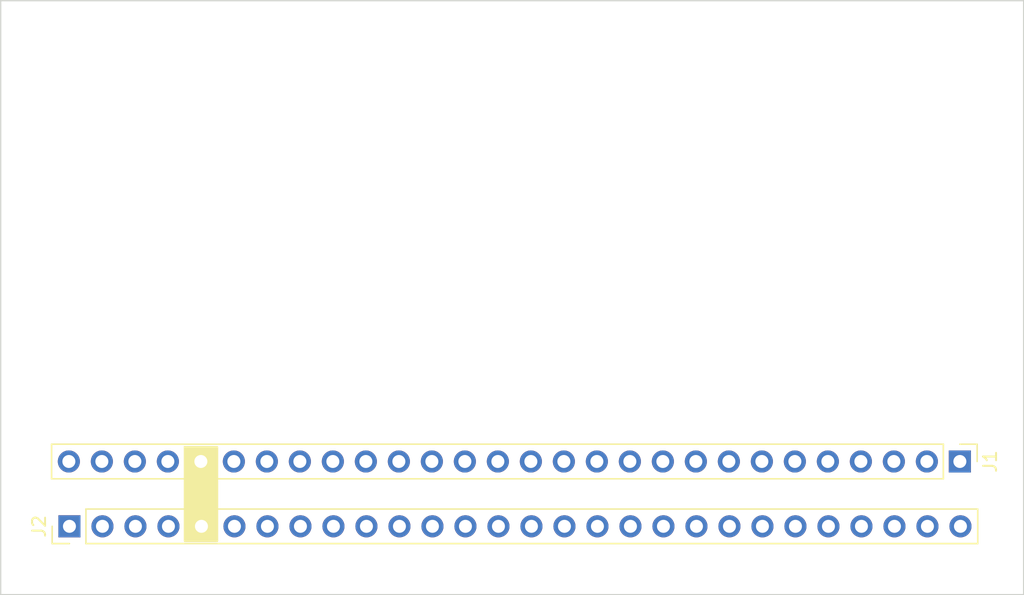
<source format=kicad_pcb>
(kicad_pcb (version 20211014) (generator pcbnew)
  (layers (0 "F.Cu" signal) (31 "B.Cu" signal) (34 "B.Paste" user) (35 "F.Paste" user) (36 "B.SilkS" user "B.Silkscreen") (37 "F.SilkS" user "F.Silkscreen") (38 "B.Mask" user) (39 "F.Mask" user) (44 "Edge.Cuts" user))
  (net 0 "")
  (net 1 "NC2")
  (net 2 "A10")
  (net 3 "A8")
  (net 4 "RFSH")
  (net 5 "M1")
  (net 6 "+12VAC")
  (net 7 "+12V")
  (net 8 "WAIT")
  (net 9 "-5V")
  (net 10 "WR")
  (net 11 "RD")
  (net 12 "IORQ")
  (net 13 "MREQ")
  (net 14 "HALT")
  (net 15 "NMI")
  (net 16 "INT")
  (net 17 "D4")
  (net 18 "D3")
  (net 19 "D5")
  (net 20 "D6")
  (net 21 "D2")
  (net 22 "D1")
  (net 23 "D0")
  (net 25 "NC1")
  (net 26 "D7")
  (net 27 "A13")
  (net 28 "A15")
  (net 29 "A14")
  (net 30 "A12")
  (net 31 "+5V")
  (net 32 "+9V")
  (net 34 "GND1")
  (net 35 "GND2")
  (net 36 "CLK")
  (net 37 "A0")
  (net 38 "A1")
  (net 39 "A2")
  (net 40 "A3")
  (net 41 "IORQGE")
  (net 42 "GND3")
  (net 43 "VIDEO")
  (net 44 "Y")
  (net 45 "V")
  (net 46 "U")
  (net 47 "BUSRQ")
  (net 48 "RESET")
  (net 49 "A7")
  (net 50 "A6")
  (net 51 "A5")
  (net 52 "A4")
  (net 53 "ROMCS")
  (net 54 "BUSACK")
  (net 55 "A9")
  (net 56 "A11")
  (footprint "Connector_PinHeader_2.54mm:PinHeader_1x28_P2.54mm_Vertical" (layer "F.Cu") (at 94.195 91.26 90)
    (fp_text reference "J2" (at 0 -2.33 90) (layer "F.SilkS"))
    (fp_text value "Lower pins")
    (fp_line (start -1.33 69.91) (end 1.33 69.91) (layer "F.SilkS") (width 0.12))
    (fp_line (start -1.33 0) (end -1.33 -1.33) (layer "F.SilkS") (width 0.12))
    (fp_line (start -1.33 1.27) (end 1.33 1.27) (layer "F.SilkS") (width 0.12))
    (fp_line (start -1.33 -1.33) (end 0 -1.33) (layer "F.SilkS") (width 0.12))
    (fp_line (start -1.33 1.27) (end -1.33 69.91) (layer "F.SilkS") (width 0.12))
    (fp_line (start 1.33 1.27) (end 1.33 69.91) (layer "F.SilkS") (width 0.12))
    (pad "1" thru_hole rect (at 0 0 90) (size 1.7 1.7) (drill 1) (layers *.Cu *.Mask) (net 29 "A14"))
    (pad "2" thru_hole oval (at 0 2.54 90) (size 1.7 1.7) (drill 1) (layers *.Cu *.Mask) (net 30 "A12"))
    (pad "3" thru_hole oval (at 0 5.08 90) (size 1.7 1.7) (drill 1) (layers *.Cu *.Mask) (net 31 "+5V"))
    (pad "4" thru_hole oval (at 0 7.62 90) (size 1.7 1.7) (drill 1) (layers *.Cu *.Mask) (net 32 "+9V"))
    (pad "5" thru_hole oval (at 0 10.16 90) (size 1.7 1.7) (drill 1) (layers *.Cu *.Mask))
    (pad "6" thru_hole oval (at 0 12.7 90) (size 1.7 1.7) (drill 1) (layers *.Cu *.Mask) (net 34 "GND1"))
    (pad "7" thru_hole oval (at 0 15.24 90) (size 1.7 1.7) (drill 1) (layers *.Cu *.Mask) (net 35 "GND2"))
    (pad "8" thru_hole oval (at 0 17.78 90) (size 1.7 1.7) (drill 1) (layers *.Cu *.Mask) (net 36 "CLK"))
    (pad "9" thru_hole oval (at 0 20.32 90) (size 1.7 1.7) (drill 1) (layers *.Cu *.Mask) (net 37 "A0"))
    (pad "10" thru_hole oval (at 0 22.86 90) (size 1.7 1.7) (drill 1) (layers *.Cu *.Mask) (net 38 "A1"))
    (pad "11" thru_hole oval (at 0 25.4 90) (size 1.7 1.7) (drill 1) (layers *.Cu *.Mask) (net 39 "A2"))
    (pad "12" thru_hole oval (at 0 27.94 90) (size 1.7 1.7) (drill 1) (layers *.Cu *.Mask) (net 40 "A3"))
    (pad "13" thru_hole oval (at 0 30.48 90) (size 1.7 1.7) (drill 1) (layers *.Cu *.Mask) (net 41 "IORQGE"))
    (pad "14" thru_hole oval (at 0 33.02 90) (size 1.7 1.7) (drill 1) (layers *.Cu *.Mask) (net 42 "GND3"))
    (pad "15" thru_hole oval (at 0 35.56 90) (size 1.7 1.7) (drill 1) (layers *.Cu *.Mask) (net 43 "VIDEO"))
    (pad "16" thru_hole oval (at 0 38.1 90) (size 1.7 1.7) (drill 1) (layers *.Cu *.Mask) (net 44 "Y"))
    (pad "17" thru_hole oval (at 0 40.64 90) (size 1.7 1.7) (drill 1) (layers *.Cu *.Mask) (net 45 "V"))
    (pad "18" thru_hole oval (at 0 43.18 90) (size 1.7 1.7) (drill 1) (layers *.Cu *.Mask) (net 46 "U"))
    (pad "19" thru_hole oval (at 0 45.72 90) (size 1.7 1.7) (drill 1) (layers *.Cu *.Mask) (net 47 "BUSRQ"))
    (pad "20" thru_hole oval (at 0 48.26 90) (size 1.7 1.7) (drill 1) (layers *.Cu *.Mask) (net 48 "RESET"))
    (pad "21" thru_hole oval (at 0 50.8 90) (size 1.7 1.7) (drill 1) (layers *.Cu *.Mask) (net 49 "A7"))
    (pad "22" thru_hole oval (at 0 53.34 90) (size 1.7 1.7) (drill 1) (layers *.Cu *.Mask) (net 50 "A6"))
    (pad "23" thru_hole oval (at 0 55.88 90) (size 1.7 1.7) (drill 1) (layers *.Cu *.Mask) (net 51 "A5"))
    (pad "24" thru_hole oval (at 0 58.42 90) (size 1.7 1.7) (drill 1) (layers *.Cu *.Mask) (net 52 "A4"))
    (pad "25" thru_hole oval (at 0 60.96 90) (size 1.7 1.7) (drill 1) (layers *.Cu *.Mask) (net 53 "ROMCS"))
    (pad "26" thru_hole oval (at 0 63.5 90) (size 1.7 1.7) (drill 1) (layers *.Cu *.Mask) (net 54 "BUSACK"))
    (pad "27" thru_hole oval (at 0 66.04 90) (size 1.7 1.7) (drill 1) (layers *.Cu *.Mask) (net 55 "A9"))
    (pad "28" thru_hole oval (at 0 68.58 90) (size 1.7 1.7) (drill 1) (layers *.Cu *.Mask) (net 56 "A11"))
  )
  (footprint "Connector_PinHeader_2.54mm:PinHeader_1x28_P2.54mm_Vertical" (layer "F.Cu") (at 162.73 86.27 -90)
    (fp_text reference "J1" (at 0 -2.33 90) (layer "F.SilkS"))
    (fp_text value "Upper pins")
    (fp_line (start -1.33 1.27) (end -1.33 69.91) (layer "F.SilkS") (width 0.12))
    (fp_line (start -1.33 69.91) (end 1.33 69.91) (layer "F.SilkS") (width 0.12))
    (fp_line (start -1.33 1.27) (end 1.33 1.27) (layer "F.SilkS") (width 0.12))
    (fp_line (start -1.33 -1.33) (end 0 -1.33) (layer "F.SilkS") (width 0.12))
    (fp_line (start 1.33 1.27) (end 1.33 69.91) (layer "F.SilkS") (width 0.12))
    (fp_line (start -1.33 0) (end -1.33 -1.33) (layer "F.SilkS") (width 0.12))
    (pad "1" thru_hole rect (at 0 0 270) (size 1.7 1.7) (drill 1) (layers *.Cu *.Mask) (net 1 "NC2"))
    (pad "2" thru_hole oval (at 0 2.54 270) (size 1.7 1.7) (drill 1) (layers *.Cu *.Mask) (net 2 "A10"))
    (pad "3" thru_hole oval (at 0 5.08 270) (size 1.7 1.7) (drill 1) (layers *.Cu *.Mask) (net 3 "A8"))
    (pad "4" thru_hole oval (at 0 7.62 270) (size 1.7 1.7) (drill 1) (layers *.Cu *.Mask) (net 4 "RFSH"))
    (pad "5" thru_hole oval (at 0 10.16 270) (size 1.7 1.7) (drill 1) (layers *.Cu *.Mask) (net 5 "M1"))
    (pad "6" thru_hole oval (at 0 12.7 270) (size 1.7 1.7) (drill 1) (layers *.Cu *.Mask) (net 6 "+12VAC"))
    (pad "7" thru_hole oval (at 0 15.24 270) (size 1.7 1.7) (drill 1) (layers *.Cu *.Mask) (net 7 "+12V"))
    (pad "8" thru_hole oval (at 0 17.78 270) (size 1.7 1.7) (drill 1) (layers *.Cu *.Mask) (net 8 "WAIT"))
    (pad "9" thru_hole oval (at 0 20.32 270) (size 1.7 1.7) (drill 1) (layers *.Cu *.Mask) (net 9 "-5V"))
    (pad "10" thru_hole oval (at 0 22.86 270) (size 1.7 1.7) (drill 1) (layers *.Cu *.Mask) (net 10 "WR"))
    (pad "11" thru_hole oval (at 0 25.4 270) (size 1.7 1.7) (drill 1) (layers *.Cu *.Mask) (net 11 "RD"))
    (pad "12" thru_hole oval (at 0 27.94 270) (size 1.7 1.7) (drill 1) (layers *.Cu *.Mask) (net 12 "IORQ"))
    (pad "13" thru_hole oval (at 0 30.48 270) (size 1.7 1.7) (drill 1) (layers *.Cu *.Mask) (net 13 "MREQ"))
    (pad "14" thru_hole oval (at 0 33.02 270) (size 1.7 1.7) (drill 1) (layers *.Cu *.Mask) (net 14 "HALT"))
    (pad "15" thru_hole oval (at 0 35.56 270) (size 1.7 1.7) (drill 1) (layers *.Cu *.Mask) (net 15 "NMI"))
    (pad "16" thru_hole oval (at 0 38.1 270) (size 1.7 1.7) (drill 1) (layers *.Cu *.Mask) (net 16 "INT"))
    (pad "17" thru_hole oval (at 0 40.64 270) (size 1.7 1.7) (drill 1) (layers *.Cu *.Mask) (net 17 "D4"))
    (pad "18" thru_hole oval (at 0 43.18 270) (size 1.7 1.7) (drill 1) (layers *.Cu *.Mask) (net 18 "D3"))
    (pad "19" thru_hole oval (at 0 45.72 270) (size 1.7 1.7) (drill 1) (layers *.Cu *.Mask) (net 19 "D5"))
    (pad "20" thru_hole oval (at 0 48.26 270) (size 1.7 1.7) (drill 1) (layers *.Cu *.Mask) (net 20 "D6"))
    (pad "21" thru_hole oval (at 0 50.8 270) (size 1.7 1.7) (drill 1) (layers *.Cu *.Mask) (net 21 "D2"))
    (pad "22" thru_hole oval (at 0 53.34 270) (size 1.7 1.7) (drill 1) (layers *.Cu *.Mask) (net 22 "D1"))
    (pad "23" thru_hole oval (at 0 55.88 270) (size 1.7 1.7) (drill 1) (layers *.Cu *.Mask) (net 23 "D0"))
    (pad "24" thru_hole oval (at 0 58.42 270) (size 1.7 1.7) (drill 1) (layers *.Cu *.Mask))
    (pad "25" thru_hole oval (at 0 60.96 270) (size 1.7 1.7) (drill 1) (layers *.Cu *.Mask) (net 25 "NC1"))
    (pad "26" thru_hole oval (at 0 63.5 270) (size 1.7 1.7) (drill 1) (layers *.Cu *.Mask) (net 26 "D7"))
    (pad "27" thru_hole oval (at 0 66.04 270) (size 1.7 1.7) (drill 1) (layers *.Cu *.Mask) (net 27 "A13"))
    (pad "28" thru_hole oval (at 0 68.58 270) (size 1.7 1.7) (drill 1) (layers *.Cu *.Mask) (net 28 "A15"))
  )
  (gr_rect (start 103.07 85.16) (end 105.57 92.4) (layer "F.SilkS") (width 0.15) (fill solid))
  (gr_rect (start 88.9 96.52) (end 167.64 50.8) (layer "Edge.Cuts") (width 0.1) (fill none))
)
</source>
